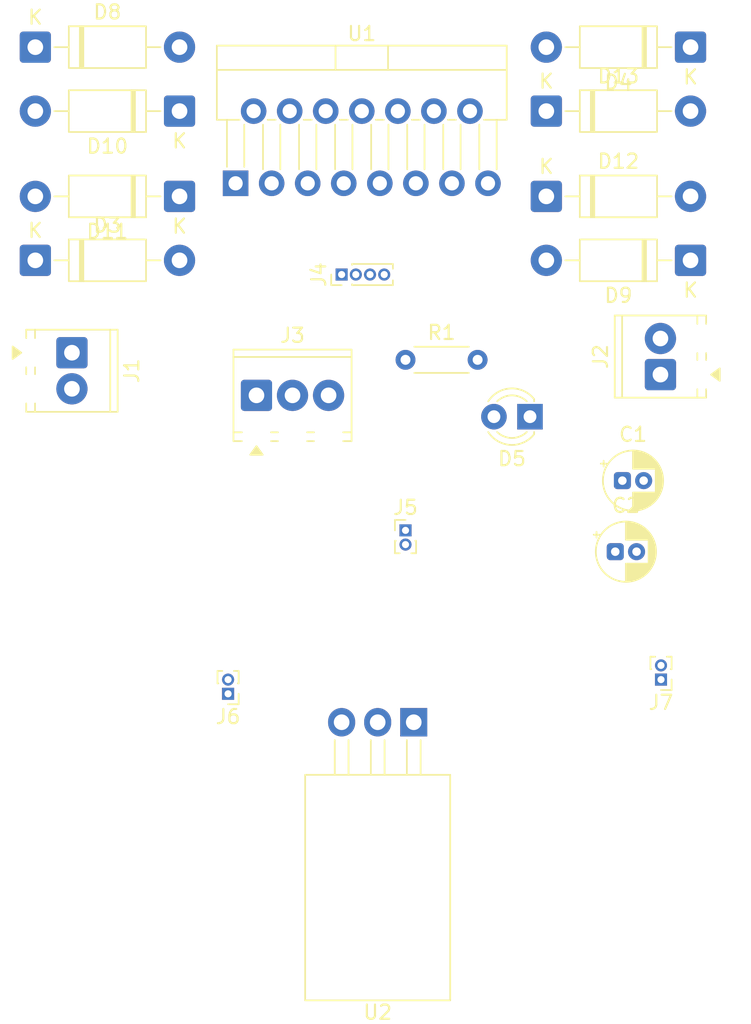
<source format=kicad_pcb>
(kicad_pcb (version 20241229) (generator "pcbnew") (generator_version "9.0")
  (layers (0 "F.Cu" signal) (2 "B.Cu" signal) (13 "F.Paste" user) (15 "B.Paste" user) (5 "F.SilkS" user "F.Silkscreen") (7 "B.SilkS" user "B.Silkscreen") (1 "F.Mask" user) (3 "B.Mask" user) (25 "Edge.Cuts" user))
  (net 0 "")
  (net 1 "GND")
  (net 2 "/5V")
  (net 3 "/7-35V")
  (net 4 "Net-(D11-K)")
  (net 5 "Net-(D13-K)")
  (net 6 "Net-(D5-A)")
  (net 7 "Net-(D10-K)")
  (net 8 "Net-(D12-K)")
  (net 9 "Net-(J4-Pin_3)")
  (net 10 "Net-(J4-Pin_4)")
  (net 11 "Net-(J4-Pin_2)")
  (net 12 "Net-(J4-Pin_1)")
  (net 13 "Net-(J5-Pin_1)")
  (net 14 "Net-(J6-Pin_2)")
  (net 15 "Net-(J7-Pin_1)")
  (footprint "Capacitor_THT:CP_Radial_D4.0mm_P1.50mm" (layer "F.Cu") (at 175.777401 82.5)
    (property "Reference" "C1" (at 0.75 -3.25 0) (layer "F.SilkS"))
    (property "Value" "C_Polarized_Small")
    (fp_line (start -1.519801 -1.195) (end -1.119801 -1.195) (stroke (width 0.12)) (layer "F.SilkS"))
    (fp_line (start -1.319801 -1.395) (end -1.319801 -0.995) (stroke (width 0.12)) (layer "F.SilkS"))
    (fp_line (start 0.75 -2.08) (end 0.75 -0.84) (stroke (width 0.12)) (layer "F.SilkS"))
    (fp_line (start 0.75 0.84) (end 0.75 2.08) (stroke (width 0.12)) (layer "F.SilkS"))
    (fp_line (start 0.79 -2.08) (end 0.79 -0.84) (stroke (width 0.12)) (layer "F.SilkS"))
    (fp_line (start 0.79 0.84) (end 0.79 2.08) (stroke (width 0.12)) (layer "F.SilkS"))
    (fp_line (start 0.83 -2.078) (end 0.83 -0.84) (stroke (width 0.12)) (layer "F.SilkS"))
    (fp_line (start 0.83 0.84) (end 0.83 2.078) (stroke (width 0.12)) (layer "F.SilkS"))
    (fp_line (start 0.87 -2.077) (end 0.87 -0.84) (stroke (width 0.12)) (layer "F.SilkS"))
    (fp_line (start 0.87 0.84) (end 0.87 2.077) (stroke (width 0.12)) (layer "F.SilkS"))
    (fp_line (start 0.91 -2.074) (end 0.91 -0.84) (stroke (width 0.12)) (layer "F.SilkS"))
    (fp_line (start 0.91 0.84) (end 0.91 2.074) (stroke (width 0.12)) (layer "F.SilkS"))
    (fp_line (start 0.95 -2.071) (end 0.95 -0.84) (stroke (width 0.12)) (layer "F.SilkS"))
    (fp_line (start 0.95 0.84) (end 0.95 2.071) (stroke (width 0.12)) (layer "F.SilkS"))
    (fp_line (start 0.99 -2.066) (end 0.99 -0.84) (stroke (width 0.12)) (layer "F.SilkS"))
    (fp_line (start 0.99 0.84) (end 0.99 2.066) (stroke (width 0.12)) (layer "F.SilkS"))
    (fp_line (start 1.03 -2.061) (end 1.03 -0.84) (stroke (width 0.12)) (layer "F.SilkS"))
    (fp_line (start 1.03 0.84) (end 1.03 2.061) (stroke (width 0.12)) (layer "F.SilkS"))
    (fp_line (start 1.07 -2.056) (end 1.07 -0.84) (stroke (width 0.12)) (layer "F.SilkS"))
    (fp_line (start 1.07 0.84) (end 1.07 2.056) (stroke (width 0.12)) (layer "F.SilkS"))
    (fp_line (start 1.11 -2.049) (end 1.11 -0.84) (stroke (width 0.12)) (layer "F.SilkS"))
    (fp_line (start 1.11 0.84) (end 1.11 2.049) (stroke (width 0.12)) (layer "F.SilkS"))
    (fp_line (start 1.15 -2.042) (end 1.15 -0.84) (stroke (width 0.12)) (layer "F.SilkS"))
    (fp_line (start 1.15 0.84) (end 1.15 2.042) (stroke (width 0.12)) (layer "F.SilkS"))
    (fp_line (start 1.19 -2.034) (end 1.19 -0.84) (stroke (width 0.12)) (layer "F.SilkS"))
    (fp_line (start 1.19 0.84) (end 1.19 2.034) (stroke (width 0.12)) (layer "F.SilkS"))
    (fp_line (start 1.23 -2.025) (end 1.23 -0.84) (stroke (width 0.12)) (layer "F.SilkS"))
    (fp_line (start 1.23 0.84) (end 1.23 2.025) (stroke (width 0.12)) (layer "F.SilkS"))
    (fp_line (start 1.27 -2.015) (end 1.27 -0.84) (stroke (width 0.12)) (layer "F.SilkS"))
    (fp_line (start 1.27 0.84) (end 1.27 2.015) (stroke (width 0.12)) (layer "F.SilkS"))
    (fp_line (start 1.31 -2.005) (end 1.31 -0.84) (stroke (width 0.12)) (layer "F.SilkS"))
    (fp_line (start 1.31 0.84) (end 1.31 2.005) (stroke (width 0.12)) (layer "F.SilkS"))
    (fp_line (start 1.35 -1.993) (end 1.35 -0.84) (stroke (width 0.12)) (layer "F.SilkS"))
    (fp_line (start 1.35 0.84) (end 1.35 1.993) (stroke (width 0.12)) (layer "F.SilkS"))
    (fp_line (start 1.39 -1.981) (end 1.39 -0.84) (stroke (width 0.12)) (layer "F.SilkS"))
    (fp_line (start 1.39 0.84) (end 1.39 1.981) (stroke (width 0.12)) (layer "F.SilkS"))
    (fp_line (start 1.43 -1.968) (end 1.43 -0.84) (stroke (width 0.12)) (layer "F.SilkS"))
    (fp_line (start 1.43 0.84) (end 1.43 1.968) (stroke (width 0.12)) (layer "F.SilkS"))
    (fp_line (start 1.47 -1.954) (end 1.47 -0.84) (stroke (width 0.12)) (layer "F.SilkS"))
    (fp_line (start 1.47 0.84) (end 1.47 1.954) (stroke (width 0.12)) (layer "F.SilkS"))
    (fp_line (start 1.51 -1.939) (end 1.51 -0.84) (stroke (width 0.12)) (layer "F.SilkS"))
    (fp_line (start 1.51 0.84) (end 1.51 1.939) (stroke (width 0.12)) (layer "F.SilkS"))
    (fp_line (start 1.55 -1.923) (end 1.55 -0.84) (stroke (width 0.12)) (layer "F.SilkS"))
    (fp_line (start 1.55 0.84) (end 1.55 1.923) (stroke (width 0.12)) (layer "F.SilkS"))
    (fp_line (start 1.59 -1.906) (end 1.59 -0.84) (stroke (width 0.12)) (layer "F.SilkS"))
    (fp_line (start 1.59 0.84) (end 1.59 1.906) (stroke (width 0.12)) (layer "F.SilkS"))
    (fp_line (start 1.63 -1.889) (end 1.63 -0.84) (stroke (width 0.12)) (layer "F.SilkS"))
    (fp_line (start 1.63 0.84) (end 1.63 1.889) (stroke (width 0.12)) (layer "F.SilkS"))
    (fp_line (start 1.67 -1.87) (end 1.67 -0.84) (stroke (width 0.12)) (layer "F.SilkS"))
    (fp_line (start 1.67 0.84) (end 1.67 1.87) (stroke (width 0.12)) (layer "F.SilkS"))
    (fp_line (start 1.71 -1.85) (end 1.71 -0.84) (stroke (width 0.12)) (layer "F.SilkS"))
    (fp_line (start 1.71 0.84) (end 1.71 1.85) (stroke (width 0.12)) (layer "F.SilkS"))
    (fp_line (start 1.75 -1.829) (end 1.75 -0.84) (stroke (width 0.12)) (layer "F.SilkS"))
    (fp_line (start 1.75 0.84) (end 1.75 1.829) (stroke (width 0.12)) (layer "F.SilkS"))
    (fp_line (start 1.79 -1.807) (end 1.79 -0.84) (stroke (width 0.12)) (layer "F.SilkS"))
    (fp_line (start 1.79 0.84) (end 1.79 1.807) (stroke (width 0.12)) (layer "F.SilkS"))
    (fp_line (start 1.83 -1.784) (end 1.83 -0.84) (stroke (width 0.12)) (layer "F.SilkS"))
    (fp_line (start 1.83 0.84) (end 1.83 1.784) (stroke (width 0.12)) (layer "F.SilkS"))
    (fp_line (start 1.87 -1.76) (end 1.87 -0.84) (stroke (width 0.12)) (layer "F.SilkS"))
    (fp_line (start 1.87 0.84) (end 1.87 1.76) (stroke (width 0.12)) (layer "F.SilkS"))
    (fp_line (start 1.91 -1.734) (end 1.91 -0.84) (stroke (width 0.12)) (layer "F.SilkS"))
    (fp_line (start 1.91 0.84) (end 1.91 1.734) (stroke (width 0.12)) (layer "F.SilkS"))
    (fp_line (start 1.95 -1.708) (end 1.95 -0.84) (stroke (width 0.12)) (layer "F.SilkS"))
    (fp_line (start 1.95 0.84) (end 1.95 1.708) (stroke (width 0.12)) (layer "F.SilkS"))
    (fp_line (start 1.99 -1.68) (end 1.99 -0.84) (stroke (width 0.12)) (layer "F.SilkS"))
    (fp_line (start 1.99 0.84) (end 1.99 1.68) (stroke (width 0.12)) (layer "F.SilkS"))
    (fp_line (start 2.03 -1.65) (end 2.03 -0.84) (stroke (width 0.12)) (layer "F.SilkS"))
    (fp_line (start 2.03 0.84) (end 2.03 1.65) (stroke (width 0.12)) (layer "F.SilkS"))
    (fp_line (start 2.07 -1.619) (end 2.07 -0.84) (stroke (width 0.12)) (layer "F.SilkS"))
    (fp_line (start 2.07 0.84) (end 2.07 1.619) (stroke (width 0.12)) (layer "F.SilkS"))
    (fp_line (start 2.11 -1.586) (end 2.11 -0.84) (stroke (width 0.12)) (layer "F.SilkS"))
    (fp_line (start 2.11 0.84) (end 2.11 1.586) (stroke (width 0.12)) (layer "F.SilkS"))
    (fp_line (start 2.15 -1.552) (end 2.15 -0.84) (stroke (width 0.12)) (layer "F.SilkS"))
    (fp_line (start 2.15 0.84) (end 2.15 1.552) (stroke (width 0.12)) (layer "F.SilkS"))
    (fp_line (start 2.19 -1.516) (end 2.19 -0.84) (stroke (width 0.12)) (layer "F.SilkS"))
    (fp_line (start 2.19 0.84) (end 2.19 1.516) (stroke (width 0.12)) (layer "F.SilkS"))
    (fp_line (start 2.23 -1.478) (end 2.23 -0.84) (stroke (width 0.12)) (layer "F.SilkS"))
    (fp_line (start 2.23 0.84) (end 2.23 1.478) (stroke (width 0.12)) (layer "F.SilkS"))
    (fp_line (start 2.27 -1.438) (end 2.27 -0.84) (stroke (width 0.12)) (layer "F.SilkS"))
    (fp_line (start 2.27 0.84) (end 2.27 1.438) (stroke (width 0.12)) (layer "F.SilkS"))
    (fp_line (start 2.31 -1.396) (end 2.31 -0.84) (stroke (width 0.12)) (layer "F.SilkS"))
    (fp_line (start 2.31 0.84) (end 2.31 1.396) (stroke (width 0.12)) (layer "F.SilkS"))
    (fp_line (start 2.35 -1.351) (end 2.35 1.351) (stroke (width 0.12)) (layer "F.SilkS"))
    (fp_line (start 2.39 -1.303) (end 2.39 1.303) (stroke (width 0.12)) (layer "F.SilkS"))
    (fp_line (start 2.43 -1.253) (end 2.43 1.253) (stroke (width 0.12)) (layer "F.SilkS"))
    (fp_line (start 2.47 -1.199) (end 2.47 1.199) (stroke (width 0.12)) (layer "F.SilkS"))
    (fp_line (start 2.51 -1.142) (end 2.51 1.142) (stroke (width 0.12)) (layer "F.SilkS"))
    (fp_line (start 2.55 -1.08) (end 2.55 1.08) (stroke (width 0.12)) (layer "F.SilkS"))
    (fp_line (start 2.59 -1.013) (end 2.59 1.013) (stroke (width 0.12)) (layer "F.SilkS"))
    (fp_line (start 2.63 -0.94) (end 2.63 0.94) (stroke (width 0.12)) (layer "F.SilkS"))
    (fp_line (start 2.67 -0.859) (end 2.67 0.859) (stroke (width 0.12)) (layer "F.SilkS"))
    (fp_line (start 2.71 -0.768) (end 2.71 0.768) (stroke (width 0.12)) (layer "F.SilkS"))
    (fp_line (start 2.75 -0.663) (end 2.75 0.663) (stroke (width 0.12)) (layer "F.SilkS"))
    (fp_line (start 2.79 -0.537) (end 2.79 0.537) (stroke (width 0.12)) (layer "F.SilkS"))
    (fp_line (start 2.83 -0.37) (end 2.83 0.37) (stroke (width 0.12)) (layer "F.SilkS"))
    (fp_circle (center 0.75 0) (end 2.87 0) (stroke (width 0.12)) (fill no) (layer "F.SilkS"))
    (pad "1" thru_hole roundrect (at 0 0) (size 1.2 1.2) (drill 0.6) (layers "*.Cu" "*.Mask") (roundrect_rratio 0.208333) (net 2 "/5V"))
    (pad "2" thru_hole circle (at 1.5 0) (size 1.2 1.2) (drill 0.6) (layers "*.Cu" "*.Mask") (net 1 "GND"))
  )
  (footprint "Diode_THT:D_DO-41_SOD81_P10.16mm_Horizontal" (layer "F.Cu") (at 180.58 52 180)
    (property "Reference" "D4" (at 5.08 -2.47 0) (layer "F.SilkS"))
    (property "Value" "1N4007")
    (fp_line (start 8.82 0) (end 7.8 0) (stroke (width 0.12)) (layer "F.SilkS"))
    (fp_line (start 3.38 -1.47) (end 3.38 1.47) (stroke (width 0.12)) (layer "F.SilkS"))
    (fp_line (start 3.26 -1.47) (end 3.26 1.47) (stroke (width 0.12)) (layer "F.SilkS"))
    (fp_line (start 3.14 -1.47) (end 3.14 1.47) (stroke (width 0.12)) (layer "F.SilkS"))
    (fp_line (start 1.34 0) (end 2.36 0) (stroke (width 0.12)) (layer "F.SilkS"))
    (fp_rect (start 2.36 -1.47) (end 7.8 1.47) (stroke (width 0.12)) (fill no) (layer "F.SilkS"))
    (fp_text user "K" (at 0 -2.1 0) (layer "F.SilkS"))
    (pad "1" thru_hole roundrect (at 0 0 180) (size 2.2 2.2) (drill 1.1) (layers "*.Cu" "*.Mask") (roundrect_rratio 0.113636) (net 3 "/7-35V"))
    (pad "2" thru_hole circle (at 10.16 0 180) (size 2.2 2.2) (drill 1.1) (layers "*.Cu" "*.Mask") (net 5 "Net-(D13-K)"))
  )
  (footprint "Connector_PinHeader_1.00mm:PinHeader_1x02_P1.00mm_Vertical" (layer "F.Cu") (at 160.5 86)
    (property "Reference" "J5" (at 0 -1.61 0) (layer "F.SilkS"))
    (property "Value" "Conn_01x02_Pin")
    (fp_line (start -0.745 -0.735) (end 0 -0.735) (stroke (width 0.12)) (layer "F.SilkS"))
    (fp_line (start -0.745 0) (end -0.745 -0.735) (stroke (width 0.12)) (layer "F.SilkS"))
    (fp_line (start -0.745 0.735) (end -0.745 1.61) (stroke (width 0.12)) (layer "F.SilkS"))
    (fp_line (start -0.745 0.735) (end -0.685565 0.735) (stroke (width 0.12)) (layer "F.SilkS"))
    (fp_line (start -0.745 1.61) (end -0.41003 1.61) (stroke (width 0.12)) (layer "F.SilkS"))
    (fp_line (start 0.41003 1.61) (end 0.745 1.61) (stroke (width 0.12)) (layer "F.SilkS"))
    (fp_line (start 0.685565 0.735) (end 0.745 0.735) (stroke (width 0.12)) (layer "F.SilkS"))
    (fp_line (start 0.745 0.735) (end 0.745 1.61) (stroke (width 0.12)) (layer "F.SilkS"))
    (pad "1" thru_hole rect (at 0 0) (size 0.85 0.85) (drill 0.5) (layers "*.Cu" "*.Mask") (net 13 "Net-(J5-Pin_1)"))
    (pad "2" thru_hole circle (at 0 1) (size 0.85 0.85) (drill 0.5) (layers "*.Cu" "*.Mask") (net 2 "/5V"))
  )
  (footprint "Diode_THT:D_DO-41_SOD81_P10.16mm_Horizontal" (layer "F.Cu") (at 134.42 52)
    (property "Reference" "D8" (at 5.08 -2.47 0) (layer "F.SilkS"))
    (property "Value" "1N4007")
    (fp_line (start 1.34 0) (end 2.36 0) (stroke (width 0.12)) (layer "F.SilkS"))
    (fp_line (start 3.14 -1.47) (end 3.14 1.47) (stroke (width 0.12)) (layer "F.SilkS"))
    (fp_line (start 3.26 -1.47) (end 3.26 1.47) (stroke (width 0.12)) (layer "F.SilkS"))
    (fp_line (start 3.38 -1.47) (end 3.38 1.47) (stroke (width 0.12)) (layer "F.SilkS"))
    (fp_line (start 8.82 0) (end 7.8 0) (stroke (width 0.12)) (layer "F.SilkS"))
    (fp_rect (start 2.36 -1.47) (end 7.8 1.47) (stroke (width 0.12)) (fill no) (layer "F.SilkS"))
    (fp_text user "K" (at 0 -2.1 0) (layer "F.SilkS"))
    (pad "1" thru_hole roundrect (at 0 0) (size 2.2 2.2) (drill 1.1) (layers "*.Cu" "*.Mask") (roundrect_rratio 0.113636) (net 3 "/7-35V"))
    (pad "2" thru_hole circle (at 10.16 0) (size 2.2 2.2) (drill 1.1) (layers "*.Cu" "*.Mask") (net 7 "Net-(D10-K)"))
  )
  (footprint "Package_TO_SOT_THT:TO-220-15_P2.54x5.08mm_StaggerOdd_Lead4.58mm_Vertical" (layer "F.Cu") (at 148.53 61.58)
    (property "Reference" "U1" (at 8.89 -10.53 0) (layer "F.SilkS"))
    (property "Value" "L298N")
    (fp_line (start -1.32 -9.69) (end -1.32 -4.47) (stroke (width 0.12)) (layer "F.SilkS"))
    (fp_line (start -1.32 -9.69) (end 19.1 -9.69) (stroke (width 0.12)) (layer "F.SilkS"))
    (fp_line (start -1.32 -7.98) (end 19.1 -7.98) (stroke (width 0.12)) (layer "F.SilkS"))
    (fp_line (start -1.32 -4.47) (end 0.283 -4.47) (stroke (width 0.12)) (layer "F.SilkS"))
    (fp_line (start -0.61 -4.47) (end -0.61 -1.16) (stroke (width 0.12)) (layer "F.SilkS"))
    (fp_line (start 0.61 -4.126) (end 0.61 -1.16) (stroke (width 0.12)) (layer "F.SilkS"))
    (fp_line (start 1.93 -4.126) (end 1.93 -0.987) (stroke (width 0.12)) (layer "F.SilkS"))
    (fp_line (start 2.257 -4.47) (end 2.823 -4.47) (stroke (width 0.12)) (layer "F.SilkS"))
    (fp_line (start 3.15 -4.126) (end 3.15 -0.987) (stroke (width 0.12)) (layer "F.SilkS"))
    (fp_line (start 4.47 -4.126) (end 4.47 -0.987) (stroke (width 0.12)) (layer "F.SilkS"))
    (fp_line (start 4.797 -4.47) (end 5.363 -4.47) (stroke (width 0.12)) (layer "F.SilkS"))
    (fp_line (start 5.69 -4.126) (end 5.69 -0.987) (stroke (width 0.12)) (layer "F.SilkS"))
    (fp_line (start 7.01 -4.126) (end 7.01 -0.987) (stroke (width 0.12)) (layer "F.SilkS"))
    (fp_line (start 7.04 -9.69) (end 7.04 -7.98) (stroke (width 0.12)) (layer "F.SilkS"))
    (fp_line (start 7.337 -4.47) (end 7.903 -4.47) (stroke (width 0.12)) (layer "F.SilkS"))
    (fp_line (start 8.23 -4.126) (end 8.23 -0.987) (stroke (width 0.12)) (layer "F.SilkS"))
    (fp_line (start 9.55 -4.126) (end 9.55 -0.987) (stroke (width 0.12)) (layer "F.SilkS"))
    (fp_line (start 9.877 -4.47) (end 10.443 -4.47) (stroke (width 0.12)) (layer "F.SilkS"))
    (fp_line (start 10.74 -9.69) (end 10.74 -7.98) (stroke (width 0.12)) (layer "F.SilkS"))
    (fp_line (start 10.77 -4.126) (end 10.77 -0.987) (stroke (width 0.12)) (layer "F.SilkS"))
    (fp_line (start 12.09 -4.126) (end 12.09 -0.987) (stroke (width 0.12)) (layer "F.SilkS"))
    (fp_line (start 12.417 -4.47) (end 12.983 -4.47) (stroke (width 0.12)) (layer "F.SilkS"))
    (fp_line (start 13.31 -4.126) (end 13.31 -0.987) (stroke (width 0.12)) (layer "F.SilkS"))
    (fp_line (start 14.63 -4.126) (end 14.63 -0.987) (stroke (width 0.12)) (layer "F.SilkS"))
    (fp_line (start 14.957 -4.47) (end 15.523 -4.47) (stroke (width 0.12)) (layer "F.SilkS"))
    (fp_line (start 15.85 -4.126) (end 15.85 -0.987) (stroke (width 0.12)) (layer "F.SilkS"))
    (fp_line (start 17.17 -4.126) (end 17.17 -0.987) (stroke (width 0.12)) (layer "F.SilkS"))
    (fp_line (start 17.497 -4.47) (end 19.1 -4.47) (stroke (width 0.12)) (layer "F.SilkS"))
    (fp_line (start 18.39 -4.47) (end 18.39 -0.987) (stroke (width 0.12)) (layer "F.SilkS"))
    (fp_line (start 19.1 -9.69) (end 19.1 -4.47) (stroke (width 0.12)) (layer "F.SilkS"))
    (pad "1" thru_hole rect (at 0 0) (size 1.8 1.8) (drill 1) (layers "*.Cu" "*.Mask"))
    (pad "2" thru_hole circle (at 1.27 -5.08) (size 1.8 1.8) (drill 1) (layers "*.Cu" "*.Mask") (net 7 "Net-(D10-K)"))
    (pad "3" thru_hole circle (at 2.54 0) (size 1.8 1.8) (drill 1) (layers "*.Cu" "*.Mask") (net 4 "Net-(D11-K)"))
    (pad "4" thru_hole circle (at 3.81 -5.08) (size 1.8 1.8) (drill 1) (layers "*.Cu" "*.Mask") (net 3 "/7-35V"))
    (pad "5" thru_hole circle (at 5.08 0) (size 1.8 1.8) (drill 1) (layers "*.Cu" "*.Mask") (net 12 "Net-(J4-Pin_1)"))
    (pad "6" thru_hole circle (at 6.35 -5.08) (size 1.8 1.8) (drill 1) (layers "*.Cu" "*.Mask") (net 13 "Net-(J5-Pin_1)"))
    (pad "7" thru_hole circle (at 7.62 0) (size 1.8 1.8) (drill 1) (layers "*.Cu" "*.Mask") (net 11 "Net-(J4-Pin_2)"))
    (pad "8" thru_hole circle (at 8.89 -5.08) (size 1.8 1.8) (drill 1) (layers "*.Cu" "*.Mask") (net 1 "GND"))
    (pad "9" thru_hole circle (at 10.16 0) (size 1.8 1.8) (drill 1) (layers "*.Cu" "*.Mask") (net 2 "/5V"))
    (pad "10" thru_hole circle (at 11.43 -5.08) (size 1.8 1.8) (drill 1) (layers "*.Cu" "*.Mask") (net 9 "Net-(J4-Pin_3)"))
    (pad "11" thru_hole circle (at 12.7 0) (size 1.8 1.8) (drill 1) (layers "*.Cu" "*.Mask") (net 14 "Net-(J6-Pin_2)"))
    (pad "12" thru_hole circle (at 13.97 -5.08) (size 1.8 1.8) (drill 1) (layers "*.Cu" "*.Mask") (net 10 "Net-(J4-Pin_4)"))
    (pad "13" thru_hole circle (at 15.24 0) (size 1.8 1.8) (drill 1) (layers "*.Cu" "*.Mask") (net 8 "Net-(D12-K)"))
    (pad "14" thru_hole circle (at 16.51 -5.08) (size 1.8 1.8) (drill 1) (layers "*.Cu" "*.Mask") (net 5 "Net-(D13-K)"))
    (pad "15" thru_hole circle (at 17.78 0) (size 1.8 1.8) (drill 1) (layers "*.Cu" "*.Mask"))
  )
  (footprint "Connector_PinHeader_1.00mm:PinHeader_1x04_P1.00mm_Vertical" (layer "F.Cu") (at 156 68 90)
    (property "Reference" "J4" (at 0 -1.61 90) (layer "F.SilkS"))
    (property "Value" "Conn_01x04_Pin")
    (fp_line (start -0.745 -0.735) (end 0 -0.735) (stroke (width 0.12)) (layer "F.SilkS"))
    (fp_line (start -0.745 0) (end -0.745 -0.735) (stroke (width 0.12)) (layer "F.SilkS"))
    (fp_line (start 0.745 0.735) (end 0.745 3.61) (stroke (width 0.12)) (layer "F.SilkS"))
    (fp_line (start 0.685565 0.735) (end 0.745 0.735) (stroke (width 0.12)) (layer "F.SilkS"))
    (fp_line (start -0.745 0.735) (end -0.685565 0.735) (stroke (width 0.12)) (layer "F.SilkS"))
    (fp_line (start -0.745 0.735) (end -0.745 3.61) (stroke (width 0.12)) (layer "F.SilkS"))
    (fp_line (start 0.41003 3.61) (end 0.745 3.61) (stroke (width 0.12)) (layer "F.SilkS"))
    (fp_line (start -0.745 3.61) (end -0.41003 3.61) (stroke (width 0.12)) (layer "F.SilkS"))
    (pad "1" thru_hole rect (at 0 0 90) (size 0.85 0.85) (drill 0.5) (layers "*.Cu" "*.Mask") (net 12 "Net-(J4-Pin_1)"))
    (pad "2" thru_hole circle (at 0 1 90) (size 0.85 0.85) (drill 0.5) (layers "*.Cu" "*.Mask") (net 11 "Net-(J4-Pin_2)"))
    (pad "3" thru_hole circle (at 0 2 90) (size 0.85 0.85) (drill 0.5) (layers "*.Cu" "*.Mask") (net 9 "Net-(J4-Pin_3)"))
    (pad "4" thru_hole circle (at 0 3 90) (size 0.85 0.85) (drill 0.5) (layers "*.Cu" "*.Mask") (net 10 "Net-(J4-Pin_4)"))
  )
  (footprint "Diode_THT:D_DO-41_SOD81_P10.16mm_Horizontal" (layer "F.Cu") (at 134.42 67)
    (property "Reference" "D3" (at 5.08 -2.47 0) (layer "F.SilkS"))
    (property "Value" "1N4007")
    (fp_line (start 1.34 0) (end 2.36 0) (stroke (width 0.12)) (layer "F.SilkS"))
    (fp_line (start 3.14 -1.47) (end 3.14 1.47) (stroke (width 0.12)) (layer "F.SilkS"))
    (fp_line (start 3.26 -1.47) (end 3.26 1.47) (stroke (width 0.12)) (layer "F.SilkS"))
    (fp_line (start 3.38 -1.47) (end 3.38 1.47) (stroke (width 0.12)) (layer "F.SilkS"))
    (fp_line (start 8.82 0) (end 7.8 0) (stroke (width 0.12)) (layer "F.SilkS"))
    (fp_rect (start 2.36 -1.47) (end 7.8 1.47) (stroke (width 0.12)) (fill no) (layer "F.SilkS"))
    (fp_text user "K" (at 0 -2.1 0) (layer "F.SilkS"))
    (pad "1" thru_hole roundrect (at 0 0) (size 2.2 2.2) (drill 1.1) (layers "*.Cu" "*.Mask") (roundrect_rratio 0.113636) (net 3 "/7-35V"))
    (pad "2" thru_hole circle (at 10.16 0) (size 2.2 2.2) (drill 1.1) (layers "*.Cu" "*.Mask") (net 4 "Net-(D11-K)"))
  )
  (footprint "LED_THT:LED_D3.0mm" (layer "F.Cu") (at 169.27 78 180)
    (property "Reference" "D5" (at 1.27 -2.96 0) (layer "F.SilkS"))
    (property "Value" "LED")
    (fp_line (start -0.29 1.08) (end -0.29 1.236) (stroke (width 0.12)) (layer "F.SilkS"))
    (fp_line (start -0.29 -1.236) (end -0.29 -1.08) (stroke (width 0.12)) (layer "F.SilkS"))
    (fp_arc (start 2.941437 1.08) (mid 1.36566 1.987699) (end -0.29 1.235516) (stroke (width 0.12)) (layer "F.SilkS"))
    (fp_arc (start 2.310961 1.08) (mid 1.27 1.5) (end 0.229039 1.08) (stroke (width 0.12)) (layer "F.SilkS"))
    (fp_arc (start 0.229039 -1.08) (mid 1.27 -1.5) (end 2.310961 -1.08) (stroke (width 0.12)) (layer "F.SilkS"))
    (fp_arc (start -0.29 -1.235516) (mid 1.36566 -1.987699) (end 2.941437 -1.08) (stroke (width 0.12)) (layer "F.SilkS"))
    (pad "1" thru_hole rect (at 0 0 180) (size 1.8 1.8) (drill 0.9) (layers "*.Cu" "*.Mask") (net 1 "GND"))
    (pad "2" thru_hole circle (at 2.54 0 180) (size 1.8 1.8) (drill 0.9) (layers "*.Cu" "*.Mask") (net 6 "Net-(D5-A)"))
  )
  (footprint "Package_TO_SOT_THT:TO-220-3_Horizontal_TabDown" (layer "F.Cu") (at 161.08 99.5 180)
    (property "Reference" "U2" (at 2.54 -20.41 0) (layer "F.SilkS"))
    (property "Value" "LM7805_TO220")
    (fp_line (start 7.65 -3.7) (end 7.65 -19.57) (stroke (width 0.12)) (layer "F.SilkS"))
    (fp_line (start 5.565 -3.7) (end 5.565 -1.26) (stroke (width 0.12)) (layer "F.SilkS"))
    (fp_line (start 4.595 -3.7) (end 4.595 -1.26) (stroke (width 0.12)) (layer "F.SilkS"))
    (fp_line (start 3.025 -3.7) (end 3.025 -1.26) (stroke (width 0.12)) (layer "F.SilkS"))
    (fp_line (start 2.055 -3.7) (end 2.055 -1.26) (stroke (width 0.12)) (layer "F.SilkS"))
    (fp_line (start 0.485 -3.7) (end 0.485 -1.26) (stroke (width 0.12)) (layer "F.SilkS"))
    (fp_line (start -0.485 -3.7) (end -0.485 -1.26) (stroke (width 0.12)) (layer "F.SilkS"))
    (fp_line (start -2.57 -3.7) (end 7.65 -3.7) (stroke (width 0.12)) (layer "F.SilkS"))
    (fp_line (start -2.57 -3.7) (end -2.57 -19.57) (stroke (width 0.12)) (layer "F.SilkS"))
    (fp_line (start -2.57 -19.57) (end 7.65 -19.57) (stroke (width 0.12)) (layer "F.SilkS"))
    (pad "" np_thru_hole circle (at 2.54 -16.66 180) (size 3.5 3.5) (drill 3.5) (layers "*.Cu" "*.Mask"))
    (pad "1" thru_hole rect (at 0 0 180) (size 1.905 2) (drill 1.1) (layers "*.Cu" "*.Mask") (net 15 "Net-(J7-Pin_1)"))
    (pad "2" thru_hole oval (at 2.54 0 180) (size 1.905 2) (drill 1.1) (layers "*.Cu" "*.Mask") (net 1 "GND"))
    (pad "3" thru_hole oval (at 5.08 0 180) (size 1.905 2) (drill 1.1) (layers "*.Cu" "*.Mask") (net 2 "/5V"))
  )
  (footprint "Diode_THT:D_DO-41_SOD81_P10.16mm_Horizontal" (layer "F.Cu") (at 180.58 67 180)
    (property "Reference" "D9" (at 5.08 -2.47 0) (layer "F.SilkS"))
    (property "Value" "1N4007")
    (fp_line (start 8.82 0) (end 7.8 0) (stroke (width 0.12)) (layer "F.SilkS"))
    (fp_line (start 3.38 -1.47) (end 3.38 1.47) (stroke (width 0.12)) (layer "F.SilkS"))
    (fp_line (start 3.26 -1.47) (end 3.26 1.47) (stroke (width 0.12)) (layer "F.SilkS"))
    (fp_line (start 3.14 -1.47) (end 3.14 1.47) (stroke (width 0.12)) (layer "F.SilkS"))
    (fp_line (start 1.34 0) (end 2.36 0) (stroke (width 0.12)) (layer "F.SilkS"))
    (fp_rect (start 2.36 -1.47) (end 7.8 1.47) (stroke (width 0.12)) (fill no) (layer "F.SilkS"))
    (fp_text user "K" (at 0 -2.1 0) (layer "F.SilkS"))
    (pad "1" thru_hole roundrect (at 0 0 180) (size 2.2 2.2) (drill 1.1) (layers "*.Cu" "*.Mask") (roundrect_rratio 0.113636) (net 3 "/7-35V"))
    (pad "2" thru_hole circle (at 10.16 0 180) (size 2.2 2.2) (drill 1.1) (layers "*.Cu" "*.Mask") (net 8 "Net-(D12-K)"))
  )
  (footprint "TerminalBlock_Phoenix:TerminalBlock_Phoenix_MPT-0,5-2-2.54_1x02_P2.54mm_Horizontal" (layer "F.Cu") (at 178.46 75.04 90)
    (property "Reference" "J2" (at 1.27 -4.22 90) (layer "F.SilkS"))
    (property "Value" "Screw_Terminal_01x02")
    (fp_line (start 4.16 -3.22) (end 4.16 3.22) (stroke (width 0.12)) (layer "F.SilkS"))
    (fp_line (start -1.62 -3.22) (end 4.16 -3.22) (stroke (width 0.12)) (layer "F.SilkS"))
    (fp_line (start -1.62 -3.22) (end -1.62 3.22) (stroke (width 0.12)) (layer "F.SilkS"))
    (fp_line (start -1.62 -2.7) (end 4.16 -2.7) (stroke (width 0.12)) (layer "F.SilkS"))
    (fp_line (start 3.57 2.6) (end 4.16 2.6) (stroke (width 0.12)) (layer "F.SilkS"))
    (fp_line (start 1.03 2.6) (end 1.51 2.6) (stroke (width 0.12)) (layer "F.SilkS"))
    (fp_line (start -1.62 2.6) (end -1.03 2.6) (stroke (width 0.12)) (layer "F.SilkS"))
    (fp_line (start 3.57 3.22) (end 4.16 3.22) (stroke (width 0.12)) (layer "F.SilkS"))
    (fp_line (start 1.03 3.22) (end 1.51 3.22) (stroke (width 0.12)) (layer "F.SilkS"))
    (fp_line (start -1.62 3.22) (end -1.03 3.22) (stroke (width 0.12)) (layer "F.SilkS"))
    (fp_poly (pts (xy 0 3.57) (xy 0.44 4.18) (xy -0.44 4.18)) (stroke (width 0.12)) (fill yes) (layer "F.SilkS"))
    (pad "" np_thru_hole circle (at 0 2.54 90) (size 1.1 1.1) (drill 1.1) (layers "*.Cu" "*.Mask"))
    (pad "" np_thru_hole circle (at 2.54 2.54 90) (size 1.1 1.1) (drill 1.1) (layers "*.Cu" "*.Mask"))
    (pad "1" thru_hole roundrect (at 0 0 90) (size 2.2 2.2) (drill 1.1) (layers "*.Cu" "*.Mask") (roundrect_rratio 0.113636) (net 8 "Net-(D12-K)"))
    (pad "2" thru_hole circle (at 2.54 0 90) (size 2.2 2.2) (drill 1.1) (layers "*.Cu" "*.Mask") (net 5 "Net-(D13-K)"))
  )
  (footprint "Resistor_THT:R_Axial_DIN0204_L3.6mm_D1.6mm_P5.08mm_Horizontal" (layer "F.Cu") (at 160.5 74)
    (property "Reference" "R1" (at 2.54 -1.92 0) (layer "F.SilkS"))
    (property "Value" "R")
    (fp_line (start 0.62 -0.92) (end 4.46 -0.92) (stroke (width 0.12)) (layer "F.SilkS"))
    (fp_line (start 0.62 0.92) (end 4.46 0.92) (stroke (width 0.12)) (layer "F.SilkS"))
    (pad "1" thru_hole circle (at 0 0) (size 1.4 1.4) (drill 0.7) (layers "*.Cu" "*.Mask") (net 2 "/5V"))
    (pad "2" thru_hole circle (at 5.08 0) (size 1.4 1.4) (drill 0.7) (layers "*.Cu" "*.Mask") (net 6 "Net-(D5-A)"))
  )
  (footprint "Capacitor_THT:CP_Radial_D4.0mm_P1.50mm" (layer "F.Cu") (at 175.2774 87.5)
    (property "Reference" "C2" (at 0.75 -3.25 0) (layer "F.SilkS"))
    (property "Value" "C_Polarized_Small")
    (fp_line (start -1.519801 -1.195) (end -1.119801 -1.195) (stroke (width 0.12)) (layer "F.SilkS"))
    (fp_line (start -1.319801 -1.395) (end -1.319801 -0.995) (stroke (width 0.12)) (layer "F.SilkS"))
    (fp_line (start 0.75 -2.08) (end 0.75 -0.84) (stroke (width 0.12)) (layer "F.SilkS"))
    (fp_line (start 0.75 0.84) (end 0.75 2.08) (stroke (width 0.12)) (layer "F.SilkS"))
    (fp_line (start 0.79 -2.08) (end 0.79 -0.84) (stroke (width 0.12)) (layer "F.SilkS"))
    (fp_line (start 0.79 0.84) (end 0.79 2.08) (stroke (width 0.12)) (layer "F.SilkS"))
    (fp_line (start 0.83 -2.078) (end 0.83 -0.84) (stroke (width 0.12)) (layer "F.SilkS"))
    (fp_line (start 0.83 0.84) (end 0.83 2.078) (stroke (width 0.12)) (layer "F.SilkS"))
    (fp_line (start 0.87 -2.077) (end 0.87 -0.84) (stroke (width 0.12)) (layer "F.SilkS"))
    (fp_line (start 0.87 0.84) (end 0.87 2.077) (stroke (width 0.12)) (layer "F.SilkS"))
    (fp_line (start 0.91 -2.074) (end 0.91 -0.84) (stroke (width 0.12)) (layer "F.SilkS"))
    (fp_line (start 0.91 0.84) (end 0.91 2.074) (stroke (width 0.12)) (layer "F.SilkS"))
    (fp_line (start 0.95 -2.071) (end 0.95 -0.84) (stroke (width 0.12)) (layer "F.SilkS"))
    (fp_line (start 0.95 0.84) (end 0.95 2.071) (stroke (width 0.12)) (layer "F.SilkS"))
    (fp_line (start 0.99 -2.066) (end 0.99 -0.84) (stroke (width 0.12)) (layer "F.SilkS"))
    (fp_line (start 0.99 0.84) (end 0.99 2.066) (stroke (width 0.12)) (layer "F.SilkS"))
    (fp_line (start 1.03 -2.061) (end 1.03 -0.84) (stroke (width 0.12)) (layer "F.SilkS"))
    (fp_line (start 1.03 0.84) (end 1.03 2.061) (stroke (width 0.12)) (layer "F.SilkS"))
    (fp_line (start 1.07 -2.056) (end 1.07 -0.84) (stroke (width 0.12)) (layer "F.SilkS"))
    (fp_line (start 1.07 0.84) (end 1.07 2.056) (stroke (width 0.12)) (layer "F.SilkS"))
    (fp_line (start 1.11 -2.049) (end 1.11 -0.84) (stroke (width 0.12)) (layer "F.SilkS"))
    (fp_line (start 1.11 0.84) (end 1.11 2.049) (stroke (width 0.12)) (layer "F.SilkS"))
    (fp_line (start 1.15 -2.042) (end 1.15 -0.84) (stroke (width 0.12)) (layer "F.SilkS"))
    (fp_line (start 1.15 0.84) (end 1.15 2.042) (stroke (width 0.12)) (layer "F.SilkS"))
    (fp_line (start 1.19 -2.034) (end 1.19 -0.84) (stroke (width 0.12)) (layer "F.SilkS"))
    (fp_line (start 1.19 0.84) (end 1.19 2.034) (stroke (width 0.12)) (layer "F.SilkS"))
    (fp_line (start 1.23 -2.025) (end 1.23 -0.84) (stroke (width 0.12)) (layer "F.SilkS"))
    (fp_line (start 1.23 0.84) (end 1.23 2.025) (stroke (width 0.12)) (layer "F.SilkS"))
    (fp_line (start 1.27 -2.015) (end 1.27 -0.84) (stroke (width 0.12)) (layer "F.SilkS"))
    (fp_line (start 1.27 0.84) (end 1.27 2.015) (stroke (width 0.12)) (layer "F.SilkS"))
    (fp_line (start 1.31 -2.005) (end 1.31 -0.84) (stroke (width 0.12)) (layer "F.SilkS"))
    (fp_line (start 1.31 0.84) (end 1.31 2.005) (stroke (width 0.12)) (layer "F.SilkS"))
    (fp_line (start 1.35 -1.993) (end 1.35 -0.84) (stroke (width 0.12)) (layer "F.SilkS"))
    (fp_line (start 1.35 0.84) (end 1.35 1.993) (stroke (width 0.12)) (layer "F.SilkS"))
    (fp_line (start 1.39 -1.981) (end 1.39 -0.84) (stroke (width 0.12)) (layer "F.SilkS"))
    (fp_line (start 1.39 0.84) (end 1.39 1.981) (stroke (width 0.12)) (layer "F.SilkS"))
    (fp_line (start 1.43 -1.968) (end 1.43 -0.84) (stroke (width 0.12)) (layer "F.SilkS"))
    (fp_line (start 1.43 0.84) (end 1.43 1.968) (stroke (width 0.12)) (layer "F.SilkS"))
    (fp_line (start 1.47 -1.954) (end 1.47 -0.84) (stroke (width 0.12)) (layer "F.SilkS"))
    (fp_line (start 1.47 0.84) (end 1.47 1.954) (stroke (width 0.12)) (layer "F.SilkS"))
    (fp_line (start 1.51 -1.939) (end 1.51 -0.84) (stroke (width 0.12)) (layer "F.SilkS"))
    (fp_line (start 1.51 0.84) (end 1.51 1.939) (stroke (width 0.12)) (layer "F.SilkS"))
    (fp_line (start 1.55 -1.923) (end 1.55 -0.84) (stroke (width 0.12)) (layer "F.SilkS"))
    (fp_line (start 1.55 0.84) (end 1.55 1.923) (stroke (width 0.12)) (layer "F.SilkS"))
    (fp_line (start 1.59 -1.906) (end 1.59 -0.84) (stroke (width 0.12)) (layer "F.SilkS"))
    (fp_line (start 1.59 0.84) (end 1.59 1.906) (stroke (width 0.12)) (layer "F.SilkS"))
    (fp_line (start 1.63 -1.889) (end 1.63 -0.84) (stroke (width 0.12)) (layer "F.SilkS"))
    (fp_line (start 1.63 0.84) (end 1.63 1.889) (stroke (width 0.12)) (layer "F.SilkS"))
    (fp_line (start 1.67 -1.87) (end 1.67 -0.84) (stroke (width 0.12)) (layer "F.SilkS"))
    (fp_line (start 1.67 0.84) (end 1.67 1.87) (stroke (width 0.12)) (layer "F.SilkS"))
    (fp_line (start 1.71 -1.85) (end 1.71 -0.84) (stroke (width 0.12)) (layer "F.SilkS"))
    (fp_line (start 1.71 0.84) (end 1.71 1.85) (stroke (width 0.12)) (layer "F.SilkS"))
    (fp_line (start 1.75 -1.829) (end 1.75 -0.84) (stroke (width 0.12)) (layer "F.SilkS"))
    (fp_line (start 1.75 0.84) (end 1.75 1.829) (stroke (width 0.12)) (layer "F.SilkS"))
    (fp_line (start 1.79 -1.807) (end 1.79 -0.84) (stroke (width 0.12)) (layer "F.SilkS"))
    (fp_line (start 1.79 0.84) (end 1.79 1.807) (stroke (width 0.12)) (layer "F.SilkS"))
    (fp_line (start 1.83 -1.784) (end 1.83 -0.84) (stroke (width 0.12)) (layer "F.SilkS"))
    (fp_line (start 1.83 0.84) (end 1.83 1.784) (stroke (width 0.12)) (layer "F.SilkS"))
    (fp_line (start 1.87 -1.76) (end 1.87 -0.84) (stroke (width 0.12)) (layer "F.SilkS"))
    (fp_line (start 1.87 0.84) (end 1.87 1.76) (stroke (width 0.12)) (layer "F.SilkS"))
    (fp_line (start 1.91 -1.734) (end 1.91 -0.84) (stroke (width 0.12)) (layer "F.SilkS"))
    (fp_line (start 1.91 0.84) (end 1.91 1.734) (stroke (width 0.12)) (layer "F.SilkS"))
    (fp_line (start 1.95 -1.708) (end 1.95 -0.84) (stroke (width 0.12)) (layer "F.SilkS"))
    (fp_line (start 1.95 0.84) (end 1.95 1.708) (stroke (width 0.12)) (layer "F.SilkS"))
    (fp_line (start 1.99 -1.68) (end 1.99 -0.84) (stroke (width 0.12)) (layer "F.SilkS"))
    (fp_line (start 1.99 0.84) (end 1.99 1.68) (stroke (width 0.12)) (layer "F.SilkS"))
    (fp_line (start 2.03 -1.65) (end 2.03 -0.84) (stroke (width 0.12)) (layer "F.SilkS"))
    (fp_line (start 2.03 0.84) (end 2.03 1.65) (stroke (width 0.12)) (layer "F.SilkS"))
    (fp_line (start 2.07 -1.619) (end 2.07 -0.84) (stroke (width 0.12)) (layer "F.SilkS"))
    (fp_line (start 2.07 0.84) (end 2.07 1.619) (stroke (width 0.12)) (layer "F.SilkS"))
    (fp_line (start 2.11 -1.586) (end 2.11 -0.84) (stroke (width 0.12)) (layer "F.SilkS"))
    (fp_line (start 2.11 0.84) (end 2.11 1.586) (stroke (width 0.12)) (layer "F.SilkS"))
    (fp_line (start 2.15 -1.552) (end 2.15 -0.84) (stroke (width 0.12)) (layer "F.SilkS"))
    (fp_line (start 2.15 0.84) (end 2.15 1.552) (stroke (width 0.12)) (layer "F.SilkS"))
    (fp_line (start 2.19 -1.516) (end 2.19 -0.84) (stroke (width 0.12)) (layer "F.SilkS"))
    (fp_line (start 2.19 0.84) (end 2.19 1.516) (stroke (width 0.12)) (layer "F.SilkS"))
    (fp_line (start 2.23 -1.478) (end 2.23 -0.84) (stroke (width 0.12)) (layer "F.SilkS"))
    (fp_line (start 2.23 0.84) (end 2.23 1.478) (stroke (width 0.12)) (layer "F.SilkS"))
    (fp_line (start 2.27 -1.438) (end 2.27 -0.84) (stroke (width 0.12)) (layer "F.SilkS"))
    (fp_line (start 2.27 0.84) (end 2.27 1.438) (stroke (width 0.12)) (layer "F.SilkS"))
    (fp_line (start 2.31 -1.396) (end 2.31 -0.84) (stroke (width 0.12)) (layer "F.SilkS"))
    (fp_line (start 2.31 0.84) (end 2.31 1.396) (stroke (width 0.12)) (layer "F.SilkS"))
    (fp_line (start 2.35 -1.351) (end 2.35 1.351) (stroke (width 0.12)) (layer "F.SilkS"))
    (fp_line (start 2.39 -1.303) (end 2.39 1.303) (stroke (width 0.12)) (layer "F.SilkS"))
    (fp_line (start 2.43 -1.253) (end 2.43 1.253) (stroke (width 0.12)) (layer "F.SilkS"))
    (fp_line (start 2.47 -1.199) (end 2.47 1.199) (stroke (width 0.12)) (layer "F.SilkS"))
    (fp_line (start 2.51 -1.142) (end 2.51 1.142) (stroke (width 0.12)) (layer "F.SilkS"))
    (fp_line (start 2.55 -1.08) (end 2.55 1.08) (stroke (width 0.12)) (layer "F.SilkS"))
    (fp_line (start 2.59 -1.013) (end 2.59 1.013) (stroke (width 0.12)) (layer "F.SilkS"))
    (fp_line (start 2.63 -0.94) (end 2.63 0.94) (stroke (width 0.12)) (layer "F.SilkS"))
    (fp_line (start 2.67 -0.859) (end 2.67 0.859) (stroke (width 0.12)) (layer "F.SilkS"))
    (fp_line (start 2.71 -0.768) (end 2.71 0.768) (stroke (width 0.12)) (layer "F.SilkS"))
    (fp_line (start 2.75 -0.663) (end 2.75 0.663) (stroke (width 0.12)) (layer "F.SilkS"))
    (fp_line (start 2.79 -0.537) (end 2.79 0.537) (stroke (width 0.12)) (layer "F.SilkS"))
    (fp_line (start 2.83 -0.37) (end 2.83 0.37) (stroke (width 0.12)) (layer "F.SilkS"))
    (fp_circle (center 0.75 0) (end 2.87 0) (stroke (width 0.12)) (fill no) (layer "F.SilkS"))
    (pad "1" thru_hole roundrect (at 0 0) (size 1.2 1.2) (drill 0.6) (layers "*.Cu" "*.Mask") (roundrect_rratio 0.208333) (net 3 "/7-35V"))
    (pad "2" thru_hole circle (at 1.5 0) (size 1.2 1.2) (drill 0.6) (layers "*.Cu" "*.Mask") (net 1 "GND"))
  )
  (footprint "Diode_THT:D_DO-41_SOD81_P10.16mm_Horizontal" (layer "F.Cu") (at 170.42 56.5)
    (property "Reference" "D13" (at 5.08 -2.47 0) (layer "F.SilkS"))
    (property "Value" "1N4007")
    (fp_line (start 1.34 0) (end 2.36 0) (stroke (width 0.12)) (layer "F.SilkS"))
    (fp_line (start 3.14 -1.47) (end 3.14 1.47) (stroke (width 0.12)) (layer "F.SilkS"))
    (fp_line (start 3.26 -1.47) (end 3.26 1.47) (stroke (width 0.12)) (layer "F.SilkS"))
    (fp_line (start 3.38 -1.47) (end 3.38 1.47) (stroke (width 0.12)) (layer "F.SilkS"))
    (fp_line (start 8.82 0) (end 7.8 0) (stroke (width 0.12)) (layer "F.SilkS"))
    (fp_rect (start 2.36 -1.47) (end 7.8 1.47) (stroke (width 0.12)) (fill no) (layer "F.SilkS"))
    (fp_text user "K" (at 0 -2.1 0) (layer "F.SilkS"))
    (pad "1" thru_hole roundrect (at 0 0) (size 2.2 2.2) (drill 1.1) (layers "*.Cu" "*.Mask") (roundrect_rratio 0.113636) (net 5 "Net-(D13-K)"))
    (pad "2" thru_hole circle (at 10.16 0) (size 2.2 2.2) (drill 1.1) (layers "*.Cu" "*.Mask") (net 1 "GND"))
  )
  (footprint "Diode_THT:D_DO-41_SOD81_P10.16mm_Horizontal" (layer "F.Cu") (at 170.42 62.5)
    (property "Reference" "D12" (at 5.08 -2.47 0) (layer "F.SilkS"))
    (property "Value" "1N4007")
    (fp_line (start 1.34 0) (end 2.36 0) (stroke (width 0.12)) (layer "F.SilkS"))
    (fp_line (start 3.14 -1.47) (end 3.14 1.47) (stroke (width 0.12)) (layer "F.SilkS"))
    (fp_line (start 3.26 -1.47) (end 3.26 1.47) (stroke (width 0.12)) (layer "F.SilkS"))
    (fp_line (start 3.38 -1.47) (end 3.38 1.47) (stroke (width 0.12)) (layer "F.SilkS"))
    (fp_line (start 8.82 0) (end 7.8 0) (stroke (width 0.12)) (layer "F.SilkS"))
    (fp_rect (start 2.36 -1.47) (end 7.8 1.47) (stroke (width 0.12)) (fill no) (layer "F.SilkS"))
    (fp_text user "K" (at 0 -2.1 0) (layer "F.SilkS"))
    (pad "1" thru_hole roundrect (at 0 0) (size 2.2 2.2) (drill 1.1) (layers "*.Cu" "*.Mask") (roundrect_rratio 0.113636) (net 8 "Net-(D12-K)"))
    (pad "2" thru_hole circle (at 10.16 0) (size 2.2 2.2) (drill 1.1) (layers "*.Cu" "*.Mask") (net 1 "GND"))
  )
  (footprint "TerminalBlock_Phoenix:TerminalBlock_Phoenix_MPT-0,5-2-2.54_1x02_P2.54mm_Horizontal" (layer "F.Cu") (at 137 73.5 -90)
    (property "Reference" "J1" (at 1.27 -4.22 90) (layer "F.SilkS"))
    (property "Value" "Screw_Terminal_01x02")
    (fp_line (start -1.62 3.22) (end -1.03 3.22) (stroke (width 0.12)) (layer "F.SilkS"))
    (fp_line (start 1.03 3.22) (end 1.51 3.22) (stroke (width 0.12)) (layer "F.SilkS"))
    (fp_line (start 3.57 3.22) (end 4.16 3.22) (stroke (width 0.12)) (layer "F.SilkS"))
    (fp_line (start -1.62 2.6) (end -1.03 2.6) (stroke (width 0.12)) (layer "F.SilkS"))
    (fp_line (start 1.03 2.6) (end 1.51 2.6) (stroke (width 0.12)) (layer "F.SilkS"))
    (fp_line (start 3.57 2.6) (end 4.16 2.6) (stroke (width 0.12)) (layer "F.SilkS"))
    (fp_line (start -1.62 -2.7) (end 4.16 -2.7) (stroke (width 0.12)) (layer "F.SilkS"))
    (fp_line (start -1.62 -3.22) (end -1.62 3.22) (stroke (width 0.12)) (layer "F.SilkS"))
    (fp_line (start -1.62 -3.22) (end 4.16 -3.22) (stroke (width 0.12)) (layer "F.SilkS"))
    (fp_line (start 4.16 -3.22) (end 4.16 3.22) (stroke (width 0.12)) (layer "F.SilkS"))
    (fp_poly (pts (xy 0 3.57) (xy 0.44 4.18) (xy -0.44 4.18)) (stroke (width 0.12)) (fill yes) (layer "F.SilkS"))
    (pad "" np_thru_hole circle (at 0 2.54 270) (size 1.1 1.1) (drill 1.1) (layers "*.Cu" "*.Mask"))
    (pad "" np_thru_hole circle (at 2.54 2.54 270) (size 1.1 1.1) (drill 1.1) (layers "*.Cu" "*.Mask"))
    (pad "1" thru_hole roundrect (at 0 0 270) (size 2.2 2.2) (drill 1.1) (layers "*.Cu" "*.Mask") (roundrect_rratio 0.113636) (net 7 "Net-(D10-K)"))
    (pad "2" thru_hole circle (at 2.54 0 270) (size 2.2 2.2) (drill 1.1) (layers "*.Cu" "*.Mask") (net 4 "Net-(D11-K)"))
  )
  (footprint "TerminalBlock_Phoenix:TerminalBlock_Phoenix_MPT-0,5-3-2.54_1x03_P2.54mm_Horizontal" (layer "F.Cu") (at 150 76.5)
    (property "Reference" "J3" (at 2.54 -4.22 0) (layer "F.SilkS"))
    (property "Value" "Screw_Terminal_01x03")
    (fp_line (start -1.62 -3.22) (end -1.62 3.22) (stroke (width 0.12)) (layer "F.SilkS"))
    (fp_line (start -1.62 -3.22) (end 6.7 -3.22) (stroke (width 0.12)) (layer "F.SilkS"))
    (fp_line (start -1.62 -2.7) (end 6.7 -2.7) (stroke (width 0.12)) (layer "F.SilkS"))
    (fp_line (start -1.62 2.6) (end -1.03 2.6) (stroke (width 0.12)) (layer "F.SilkS"))
    (fp_line (start -1.62 3.22) (end -1.03 3.22) (stroke (width 0.12)) (layer "F.SilkS"))
    (fp_line (start 1.03 2.6) (end 1.51 2.6) (stroke (width 0.12)) (layer "F.SilkS"))
    (fp_line (start 1.03 3.22) (end 1.51 3.22) (stroke (width 0.12)) (layer "F.SilkS"))
    (fp_line (start 3.57 2.6) (end 4.05 2.6) (stroke (width 0.12)) (layer "F.SilkS"))
    (fp_line (start 3.57 3.22) (end 4.05 3.22) (stroke (width 0.12)) (layer "F.SilkS"))
    (fp_line (start 6.11 2.6) (end 6.7 2.6) (stroke (width 0.12)) (layer "F.SilkS"))
    (fp_line (start 6.11 3.22) (end 6.7 3.22) (stroke (width 0.12)) (layer "F.SilkS"))
    (fp_line (start 6.7 -3.22) (end 6.7 3.22) (stroke (width 0.12)) (layer "F.SilkS"))
    (fp_poly (pts (xy 0 3.57) (xy 0.44 4.18) (xy -0.44 4.18)) (stroke (width 0.12)) (fill yes) (layer "F.SilkS"))
    (pad "" np_thru_hole circle (at 0 2.54) (size 1.1 1.1) (drill 1.1) (layers "*.Cu" "*.Mask"))
    (pad "" np_thru_hole circle (at 2.54 2.54) (size 1.1 1.1) (drill 1.1) (layers "*.Cu" "*.Mask"))
    (pad "" np_thru_hole circle (at 5.08 2.54) (size 1.1 1.1) (drill 1.1) (layers "*.Cu" "*.Mask"))
    (pad "1" thru_hole roundrect (at 0 0) (size 2.2 2.2) (drill 1.1) (layers "*.Cu" "*.Mask") (roundrect_rratio 0.113636) (net 3 "/7-35V"))
    (pad "2" thru_hole circle (at 2.54 0) (size 2.2 2.2) (drill 1.1) (layers "*.Cu" "*.Mask") (net 1 "GND"))
    (pad "3" thru_hole circle (at 5.08 0) (size 2.2 2.2) (drill 1.1) (layers "*.Cu" "*.Mask") (net 2 "/5V"))
  )
  (footprint "Connector_PinHeader_1.00mm:PinHeader_1x02_P1.00mm_Vertical" (layer "F.Cu") (at 178.5 96.5 180)
    (property "Reference" "J7" (at 0 -1.61 0) (layer "F.SilkS"))
    (property "Value" "Conn_01x02_Pin")
    (fp_line (start 0.745 0.735) (end 0.745 1.61) (stroke (width 0.12)) (layer "F.SilkS"))
    (fp_line (start 0.685565 0.735) (end 0.745 0.735) (stroke (width 0.12)) (layer "F.SilkS"))
    (fp_line (start 0.41003 1.61) (end 0.745 1.61) (stroke (width 0.12)) (layer "F.SilkS"))
    (fp_line (start -0.745 1.61) (end -0.41003 1.61) (stroke (width 0.12)) (layer "F.SilkS"))
    (fp_line (start -0.745 0.735) (end -0.685565 0.735) (stroke (width 0.12)) (layer "F.SilkS"))
    (fp_line (start -0.745 0.735) (end -0.745 1.61) (stroke (width 0.12)) (layer "F.SilkS"))
    (fp_line (start -0.745 0) (end -0.745 -0.735) (stroke (width 0.12)) (layer "F.SilkS"))
    (fp_line (start -0.745 -0.735) (end 0 -0.735) (stroke (width 0.12)) (layer "F.SilkS"))
    (pad "1" thru_hole rect (at 0 0 180) (size 0.85 0.85) (drill 0.5) (layers "*.Cu" "*.Mask") (net 15 "Net-(J7-Pin_1)"))
    (pad "2" thru_hole circle (at 0 1 180) (size 0.85 0.85) (drill 0.5) (layers "*.Cu" "*.Mask") (net 3 "/7-35V"))
  )
  (footprint "Connector_PinHeader_1.00mm:PinHeader_1x02_P1.00mm_Vertical" (layer "F.Cu") (at 148 97.5 180)
    (property "Reference" "J6" (at 0 -1.61 0) (layer "F.SilkS"))
    (property "Value" "Conn_01x02_Pin")
    (fp_line (start 0.745 0.735) (end 0.745 1.61) (stroke (width 0.12)) (layer "F.SilkS"))
    (fp_line (start 0.685565 0.735) (end 0.745 0.735) (stroke (width 0.12)) (layer "F.SilkS"))
    (fp_line (start 0.41003 1.61) (end 0.745 1.61) (stroke (width 0.12)) (layer "F.SilkS"))
    (fp_line (start -0.745 1.61) (end -0.41003 1.61) (stroke (width 0.12)) (layer "F.SilkS"))
    (fp_line (start -0.745 0.735) (end -0.685565 0.735) (stroke (width 0.12)) (layer "F.SilkS"))
    (fp_line (start -0.745 0.735) (end -0.745 1.61) (stroke (width 0.12)) (layer "F.SilkS"))
    (fp_line (start -0.745 0) (end -0.745 -0.735) (stroke (width 0.12)) (layer "F.SilkS"))
    (fp_line (start -0.745 -0.735) (end 0 -0.735) (stroke (width 0.12)) (layer "F.SilkS"))
    (pad "1" thru_hole rect (at 0 0 180) (size 0.85 0.85) (drill 0.5) (layers "*.Cu" "*.Mask") (net 2 "/5V"))
    (pad "2" thru_hole circle (at 0 1 180) (size 0.85 0.85) (drill 0.5) (layers "*.Cu" "*.Mask") (net 14 "Net-(J6-Pin_2)"))
  )
  (footprint "Diode_THT:D_DO-41_SOD81_P10.16mm_Horizontal" (layer "F.Cu") (at 144.58 62.5 180)
    (property "Reference" "D11" (at 5.08 -2.47 0) (layer "F.SilkS"))
    (property "Value" "1N4007")
    (fp_line (start 8.82 0) (end 7.8 0) (stroke (width 0.12)) (layer "F.SilkS"))
    (fp_line (start 3.38 -1.47) (end 3.38 1.47) (stroke (width 0.12)) (layer "F.SilkS"))
    (fp_line (start 3.26 -1.47) (end 3.26 1.47) (stroke (width 0.12)) (layer "F.SilkS"))
    (fp_line (start 3.14 -1.47) (end 3.14 1.47) (stroke (width 0.12)) (layer "F.SilkS"))
    (fp_line (start 1.34 0) (end 2.36 0) (stroke (width 0.12)) (layer "F.SilkS"))
    (fp_rect (start 2.36 -1.47) (end 7.8 1.47) (stroke (width 0.12)) (fill no) (layer "F.SilkS"))
    (fp_text user "K" (at 0 -2.1 0) (layer "F.SilkS"))
    (pad "1" thru_hole roundrect (at 0 0 180) (size 2.2 2.2) (drill 1.1) (layers "*.Cu" "*.Mask") (roundrect_rratio 0.113636) (net 4 "Net-(D11-K)"))
    (pad "2" thru_hole circle (at 10.16 0 180) (size 2.2 2.2) (drill 1.1) (layers "*.Cu" "*.Mask") (net 1 "GND"))
  )
  (footprint "Diode_THT:D_DO-41_SOD81_P10.16mm_Horizontal" (layer "F.Cu") (at 144.58 56.5 180)
    (property "Reference" "D10" (at 5.08 -2.47 0) (layer "F.SilkS"))
    (property "Value" "1N4007")
    (fp_line (start 8.82 0) (end 7.8 0) (stroke (width 0.12)) (layer "F.SilkS"))
    (fp_line (start 3.38 -1.47) (end 3.38 1.47) (stroke (width 0.12)) (layer "F.SilkS"))
    (fp_line (start 3.26 -1.47) (end 3.26 1.47) (stroke (width 0.12)) (layer "F.SilkS"))
    (fp_line (start 3.14 -1.47) (end 3.14 1.47) (stroke (width 0.12)) (layer "F.SilkS"))
    (fp_line (start 1.34 0) (end 2.36 0) (stroke (width 0.12)) (layer "F.SilkS"))
    (fp_rect (start 2.36 -1.47) (end 7.8 1.47) (stroke (width 0.12)) (fill no) (layer "F.SilkS"))
    (fp_text user "K" (at 0 -2.1 0) (layer "F.SilkS"))
    (pad "1" thru_hole roundrect (at 0 0 180) (size 2.2 2.2) (drill 1.1) (layers "*.Cu" "*.Mask") (roundrect_rratio 0.113636) (net 7 "Net-(D10-K)"))
    (pad "2" thru_hole circle (at 10.16 0 180) (size 2.2 2.2) (drill 1.1) (layers "*.Cu" "*.Mask") (net 1 "GND"))
  )
)
</source>
